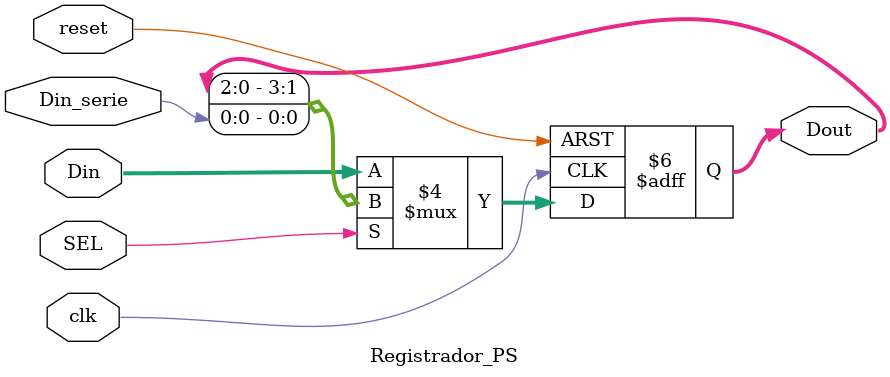
<source format=sv>
module Registrador_PS (
    input clk,         
    input reset,       
    input [3:0] Din,  
    input Din_serie,   
    input SEL,         
    output reg [3:0] Dout
);

    always @(posedge clk or posedge reset) begin
        if (reset) begin
            Dout <= 4'b0000; 
        end else begin
            if (SEL == 0) begin
                Dout <= Din; 
            end else begin
                Dout <= {Dout[2:0], Din_serie}; 
            end
        end
    end

endmodule

</source>
